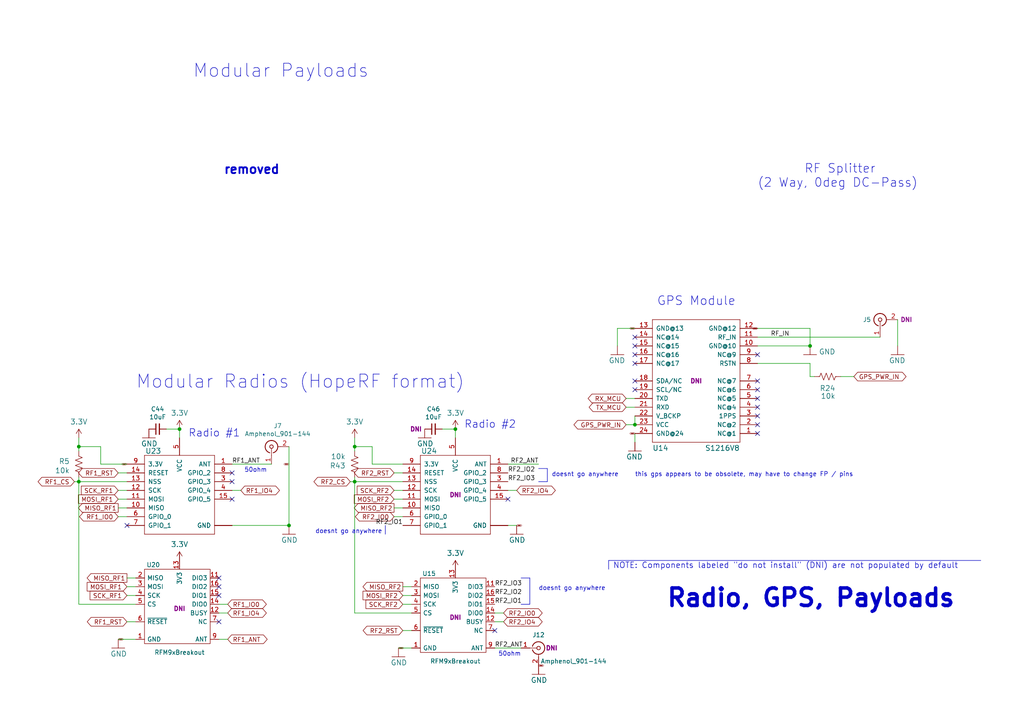
<source format=kicad_sch>
(kicad_sch (version 20230121) (generator eeschema)
  (paper "A4")
  (title_block (title "PyCubed Mainboard") (date "2021-06-09") (rev "v05c") (company "Max Holliday"))
  (lib_symbols
    (symbol "Device:C_Small" (pin_numbers hide) (pin_names (offset 0.254) hide)
      (property "Reference" "C" (at 0.254 1.778 0))
      (property "Value" "C_Small" (at 0.254 -2.032 0))
      (symbol "C_Small_0_1"
        (polyline (pts (xy -1.524 -0.508) (xy 1.524 -0.508)) (stroke (width 0.3302)))
        (polyline (pts (xy -1.524 0.508) (xy 1.524 0.508)) (stroke (width 0.3048)))
      )
      (symbol "C_Small_1_1"
        (pin passive line (at 0 2.54 270) (length 2.032) (name "~") (number "1"))
        (pin passive line (at 0 -2.54 90) (length 2.032) (name "~") (number "2"))
      )
    )
    (symbol "Device:R_US" (pin_numbers hide) (pin_names (offset 0))
      (property "Reference" "R" (at 2.54 0 90))
      (property "Value" "R_US" (at -2.54 0 90))
      (symbol "R_US_0_1"
        (polyline (pts (xy 0 -2.286) (xy 0 -2.54)))
        (polyline (pts (xy 0 2.286) (xy 0 2.54)))
        (polyline (pts (xy 0 -0.762) (xy 1.016 -1.143) (xy 0 -1.524) (xy -1.016 -1.905) (xy 0 -2.286)))
        (polyline (pts (xy 0 0.762) (xy 1.016 0.381) (xy 0 0) (xy -1.016 -0.381) (xy 0 -0.762)))
        (polyline (pts (xy 0 2.286) (xy 1.016 1.905) (xy 0 1.524) (xy -1.016 1.143) (xy 0 0.762)))
      )
      (symbol "R_US_1_1"
        (pin passive line (at 0 3.81 270) (length 1.27) (name "~") (number "1"))
        (pin passive line (at 0 -3.81 90) (length 1.27) (name "~") (number "2"))
      )
    )
    (symbol "mainboard-rescue:Conn_Coaxial-Connector-mainboard-rescue" (pin_names (offset 1.016) hide)
      (property "Reference" "J" (at 0.254 3.048 0))
      (property "Value" "Conn_Coaxial-Connector-mainboard-rescue" (at 2.921 0 90))
      (symbol "Conn_Coaxial-Connector-mainboard-rescue_0_1"
        (arc (start -1.778 -0.508) (mid 0.222 -1.808) (end 1.778 0) (stroke (width 0.254)))
        (polyline (pts (xy -2.54 0) (xy -0.508 0)))
        (polyline (pts (xy 0 -2.54) (xy 0 -1.778)))
        (circle (center 0 0) (radius 0.508) (stroke (width 0.2032)))
        (arc (start 1.778 0) (mid 0.222 1.8083) (end -1.778 0.508) (stroke (width 0.254)))
      )
      (symbol "Conn_Coaxial-Connector-mainboard-rescue_1_1"
        (pin passive line (at -5.08 0 0) (length 2.54) (name "In") (number "1"))
        (pin passive line (at 0 -5.08 90) (length 2.54) (name "Ext") (number "2"))
      )
    )
    (symbol "mainboard:3.3V" (power) (pin_names (offset 1.016))
      (property "Value" "3.3V" (at -1.016 3.556 0))
      (symbol "3.3V_1_0"
        (polyline (pts (xy 0 2.54) (xy -0.762 1.27)))
        (polyline (pts (xy 0.762 1.27) (xy 0 2.54)))
        (pin power_in line (at 0 0 90) (length 2.54) (name "3.3V") (number "1"))
      )
    )
    (symbol "mainboard:GND" (power) (pin_names (offset 1.016))
      (property "Value" "GND" (at -2.54 -2.54 0))
      (symbol "GND_1_0"
        (polyline (pts (xy -1.905 0) (xy 1.905 0)))
        (pin power_in line (at 0 2.54 270) (length 2.54) (name "GND") (number "1"))
      )
    )
    (symbol "mainboard:RFM98PW" (pin_names (offset 1.016))
      (property "Reference" "U" (at -7.62 10.16 0))
      (symbol "RFM98PW_0_0"
        (pin bidirectional line (at 17.78 -10.16 180) (length 5.08) hide (name "GND") (number "17"))
        (pin bidirectional line (at 2.54 15.24 270) (length 5.08) (name "VCC") (number "5"))
      )
      (symbol "RFM98PW_1_0"
        (polyline (pts (xy -7.62 -12.7) (xy -7.62 10.16)))
        (polyline (pts (xy -7.62 10.16) (xy 12.7 10.16)))
        (polyline (pts (xy 12.7 -12.7) (xy -7.62 -12.7)))
        (polyline (pts (xy 12.7 10.16) (xy 12.7 -12.7)))
        (pin bidirectional line (at 17.78 7.62 180) (length 5.08) (name "ANT") (number "1"))
        (pin bidirectional line (at -12.7 -5.08 0) (length 5.08) (name "MISO") (number "10"))
        (pin bidirectional line (at -12.7 -2.54 0) (length 5.08) (name "MOSI") (number "11"))
        (pin bidirectional line (at -12.7 0 0) (length 5.08) (name "SCK") (number "12"))
        (pin bidirectional line (at -12.7 2.54 0) (length 5.08) (name "NSS") (number "13"))
        (pin bidirectional line (at -12.7 5.08 0) (length 5.08) (name "RESET") (number "14"))
        (pin bidirectional line (at 17.78 -2.54 180) (length 5.08) (name "GPIO_5") (number "15"))
        (pin bidirectional line (at 17.78 -10.16 180) (length 5.08) (name "GND") (number "16"))
        (pin bidirectional line (at 17.78 -10.16 180) (length 5.08) (name "GND") (number "2"))
        (pin bidirectional line (at 17.78 2.54 180) (length 5.08) (name "GPIO_3") (number "3"))
        (pin bidirectional line (at 17.78 0 180) (length 5.08) (name "GPIO_4") (number "4"))
        (pin bidirectional line (at -12.7 -7.62 0) (length 5.08) (name "GPIO_0") (number "6"))
        (pin bidirectional line (at -12.7 -10.16 0) (length 5.08) (name "GPIO_1") (number "7"))
        (pin bidirectional line (at 17.78 5.08 180) (length 5.08) (name "GPIO_2") (number "8"))
        (pin power_in line (at -12.7 7.62 0) (length 5.08) (name "3.3V") (number "9"))
      )
    )
    (symbol "mainboard:RFM9xBreakout" (pin_names (offset 0.762))
      (property "Reference" "U" (at -3.81 12.7 0))
      (property "Value" "RFM9xBreakout" (at -7.62 -11.43 0))
      (symbol "RFM9xBreakout_0_1"
        (rectangle (start -10.16 11.43) (end 8.89 -10.16))
      )
      (symbol "RFM9xBreakout_1_1"
        (pin bidirectional line (at -12.7 -8.89 0) (length 2.54) (name "GND") (number "1"))
        (pin bidirectional line (at -12.7 -8.89 0) (length 2.54) hide (name "GND") (number "10"))
        (pin bidirectional line (at 11.43 8.89 180) (length 2.54) (name "DIO3") (number "11"))
        (pin bidirectional line (at 11.43 -1.27 180) (length 2.54) (name "BUSY") (number "12"))
        (pin bidirectional line (at 0 13.97 270) (length 2.54) (name "3V3") (number "13"))
        (pin bidirectional line (at 11.43 1.27 180) (length 2.54) (name "DIO0") (number "14"))
        (pin bidirectional line (at 11.43 3.81 180) (length 2.54) (name "DIO1") (number "15"))
        (pin bidirectional line (at 11.43 6.35 180) (length 2.54) (name "DIO2") (number "16"))
        (pin bidirectional line (at -12.7 8.89 0) (length 2.54) (name "MISO") (number "2"))
        (pin bidirectional line (at -12.7 6.35 0) (length 2.54) (name "MOSI") (number "3"))
        (pin bidirectional line (at -12.7 3.81 0) (length 2.54) (name "SCK") (number "4"))
        (pin bidirectional line (at -12.7 1.27 0) (length 2.54) (name "CS") (number "5"))
        (pin bidirectional line (at -12.7 -3.81 0) (length 2.54) (name "~{RESET}") (number "6"))
        (pin bidirectional line (at 11.43 -3.81 180) (length 2.54) (name "NC") (number "7"))
        (pin bidirectional line (at -12.7 -8.89 0) (length 2.54) hide (name "GND") (number "8"))
        (pin bidirectional line (at 11.43 -8.89 180) (length 2.54) (name "ANT") (number "9"))
      )
    )
    (symbol "mainboard:S1216V8" (pin_names (offset 1.016))
      (property "Reference" "U" (at -12.7 -20.32 0))
      (property "Value" "S1216V8" (at 2.54 -20.32 0))
      (symbol "S1216V8_1_0"
        (polyline (pts (xy -12.7 -17.78) (xy 12.7 -17.78)))
        (polyline (pts (xy -12.7 17.78) (xy -12.7 -17.78)))
        (polyline (pts (xy 12.7 -17.78) (xy 12.7 17.78)))
        (polyline (pts (xy 12.7 17.78) (xy -12.7 17.78)))
        (pin bidirectional line (at 17.78 -15.24 180) (length 5.08) (name "NC@1") (number "1"))
        (pin bidirectional line (at 17.78 10.16 180) (length 5.08) (name "GND@10") (number "10"))
        (pin bidirectional line (at 17.78 12.7 180) (length 5.08) (name "RF_IN") (number "11"))
        (pin bidirectional line (at 17.78 15.24 180) (length 5.08) (name "GND@12") (number "12"))
        (pin bidirectional line (at -17.78 15.24 0) (length 5.08) (name "GND@13") (number "13"))
        (pin bidirectional line (at -17.78 12.7 0) (length 5.08) (name "NC@14") (number "14"))
        (pin bidirectional line (at -17.78 10.16 0) (length 5.08) (name "NC@15") (number "15"))
        (pin bidirectional line (at -17.78 7.62 0) (length 5.08) (name "NC@16") (number "16"))
        (pin bidirectional line (at -17.78 5.08 0) (length 5.08) (name "NC@17") (number "17"))
        (pin bidirectional line (at -17.78 0 0) (length 5.08) (name "SDA/NC") (number "18"))
        (pin bidirectional line (at -17.78 -2.54 0) (length 5.08) (name "SCL/NC") (number "19"))
        (pin bidirectional line (at 17.78 -12.7 180) (length 5.08) (name "NC@2") (number "2"))
        (pin bidirectional line (at -17.78 -5.08 0) (length 5.08) (name "TXD") (number "20"))
        (pin bidirectional line (at -17.78 -7.62 0) (length 5.08) (name "RXD") (number "21"))
        (pin bidirectional line (at -17.78 -10.16 0) (length 5.08) (name "V_BCKP") (number "22"))
        (pin bidirectional line (at -17.78 -12.7 0) (length 5.08) (name "VCC") (number "23"))
        (pin bidirectional line (at -17.78 -15.24 0) (length 5.08) (name "GND@24") (number "24"))
        (pin bidirectional line (at 17.78 -10.16 180) (length 5.08) (name "1PPS") (number "3"))
        (pin bidirectional line (at 17.78 -7.62 180) (length 5.08) (name "NC@4") (number "4"))
        (pin bidirectional line (at 17.78 -5.08 180) (length 5.08) (name "NC@5") (number "5"))
        (pin bidirectional line (at 17.78 -2.54 180) (length 5.08) (name "NC@6") (number "6"))
        (pin bidirectional line (at 17.78 0 180) (length 5.08) (name "NC@7") (number "7"))
        (pin bidirectional line (at 17.78 5.08 180) (length 5.08) (name "RSTN") (number "8"))
        (pin bidirectional line (at 17.78 7.62 180) (length 5.08) (name "NC@9") (number "9"))
      )
    )
  )
  (junction (at 22.86 139.7))
  (junction (at 132.08 124.46))
  (junction (at 102.87 139.7))
  (junction (at 234.95 100.33))
  (junction (at 52.07 124.46))
  (junction (at 184.15 123.19))
  (junction (at 102.87 129.54))
  (junction (at 22.86 129.54))
  (junction (at 83.82 152.4))
  (no_connect (at 63.5 180.34))
  (no_connect (at 184.15 97.79))
  (no_connect (at 184.15 100.33))
  (no_connect (at 219.71 102.87))
  (no_connect (at 219.71 110.49))
  (no_connect (at 63.5 170.18))
  (no_connect (at 219.71 125.73))
  (no_connect (at 184.15 102.87))
  (no_connect (at 147.32 144.78))
  (no_connect (at 63.5 172.72))
  (no_connect (at 67.31 144.78))
  (no_connect (at 219.71 120.65))
  (no_connect (at 219.71 113.03))
  (no_connect (at 67.31 139.7))
  (no_connect (at 219.71 123.19))
  (no_connect (at 184.15 105.41))
  (no_connect (at 219.71 118.11))
  (no_connect (at 67.31 137.16))
  (no_connect (at 184.15 113.03))
  (no_connect (at 219.71 115.57))
  (no_connect (at 184.15 110.49))
  (no_connect (at 143.51 182.88))
  (no_connect (at 36.83 152.4))
  (no_connect (at 63.5 167.64))
  (wire (pts (xy 34.29 185.42) (xy 39.37 185.42)))
  (wire (pts (xy 36.83 144.78) (xy 34.29 144.78)))
  (wire (pts (xy 102.87 177.8) (xy 102.87 139.7)))
  (wire (pts (xy 116.84 144.78) (xy 114.3 144.78)))
  (wire (pts (xy 115.57 187.96) (xy 119.38 187.96)))
  (wire (pts (xy 102.87 129.54) (xy 102.87 127)))
  (polyline (pts (xy 158.75 139.7) (xy 158.75 135.89)))
  (wire (pts (xy 29.21 129.54) (xy 22.86 129.54)))
  (wire (pts (xy 69.85 142.24) (xy 67.31 142.24)))
  (wire (pts (xy 66.04 177.8) (xy 63.5 177.8)))
  (wire (pts (xy 184.15 123.19) (xy 181.61 123.19)))
  (wire (pts (xy 184.15 125.73) (xy 184.15 128.27)))
  (wire (pts (xy 21.59 139.7) (xy 22.86 139.7)))
  (wire (pts (xy 132.08 124.46) (xy 128.27 124.46)))
  (polyline (pts (xy 153.67 175.26) (xy 151.13 175.26)))
  (wire (pts (xy 22.86 175.26) (xy 39.37 175.26)))
  (wire (pts (xy 119.38 175.26) (xy 116.84 175.26)))
  (wire (pts (xy 184.15 123.19) (xy 184.15 120.65)))
  (polyline (pts (xy 176.53 162.56) (xy 284.48 162.56)))
  (wire (pts (xy 143.51 177.8) (xy 146.05 177.8)))
  (polyline (pts (xy 158.75 139.7) (xy 156.21 139.7)))
  (wire (pts (xy 102.87 129.54) (xy 102.87 130.81)))
  (wire (pts (xy 22.86 139.7) (xy 22.86 175.26)))
  (wire (pts (xy 52.07 124.46) (xy 52.07 127)))
  (wire (pts (xy 119.38 170.18) (xy 116.84 170.18)))
  (polyline (pts (xy 111.76 154.94) (xy 111.76 152.4)))
  (polyline (pts (xy 156.21 135.89) (xy 158.75 135.89)))
  (wire (pts (xy 67.31 134.62) (xy 78.74 134.62)))
  (wire (pts (xy 184.15 95.25) (xy 179.07 95.25)))
  (wire (pts (xy 146.05 180.34) (xy 143.51 180.34)))
  (wire (pts (xy 234.95 105.41) (xy 234.95 109.22)))
  (wire (pts (xy 39.37 172.72) (xy 36.83 172.72)))
  (wire (pts (xy 22.86 139.7) (xy 36.83 139.7)))
  (wire (pts (xy 184.15 115.57) (xy 181.61 115.57)))
  (wire (pts (xy 116.84 134.62) (xy 107.95 134.62)))
  (wire (pts (xy 147.32 134.62) (xy 156.21 134.62)))
  (wire (pts (xy 36.83 147.32) (xy 34.29 147.32)))
  (wire (pts (xy 22.86 138.43) (xy 22.86 139.7)))
  (wire (pts (xy 22.86 129.54) (xy 22.86 127)))
  (wire (pts (xy 107.95 134.62) (xy 107.95 129.54)))
  (wire (pts (xy 39.37 170.18) (xy 36.83 170.18)))
  (wire (pts (xy 66.04 185.42) (xy 63.5 185.42)))
  (wire (pts (xy 34.29 149.86) (xy 36.83 149.86)))
  (wire (pts (xy 22.86 129.54) (xy 22.86 130.81)))
  (wire (pts (xy 36.83 134.62) (xy 29.21 134.62)))
  (wire (pts (xy 102.87 139.7) (xy 101.6 139.7)))
  (wire (pts (xy 116.84 147.32) (xy 114.3 147.32)))
  (wire (pts (xy 102.87 177.8) (xy 119.38 177.8)))
  (wire (pts (xy 36.83 142.24) (xy 34.29 142.24)))
  (wire (pts (xy 184.15 118.11) (xy 181.61 118.11)))
  (wire (pts (xy 179.07 95.25) (xy 179.07 100.33)))
  (wire (pts (xy 243.84 109.22) (xy 247.65 109.22)))
  (wire (pts (xy 39.37 167.64) (xy 36.83 167.64)))
  (wire (pts (xy 219.71 105.41) (xy 234.95 105.41)))
  (wire (pts (xy 151.13 187.96) (xy 143.51 187.96)))
  (wire (pts (xy 66.04 175.26) (xy 63.5 175.26)))
  (wire (pts (xy 116.84 149.86) (xy 114.3 149.86)))
  (polyline (pts (xy 176.53 165.1) (xy 176.53 162.56)))
  (wire (pts (xy 102.87 138.43) (xy 102.87 139.7)))
  (wire (pts (xy 260.35 92.71) (xy 260.35 100.33)))
  (wire (pts (xy 116.84 142.24) (xy 114.3 142.24)))
  (wire (pts (xy 107.95 129.54) (xy 102.87 129.54)))
  (wire (pts (xy 234.95 100.33) (xy 219.71 100.33)))
  (wire (pts (xy 234.95 95.25) (xy 234.95 100.33)))
  (wire (pts (xy 149.86 152.4) (xy 147.32 152.4)))
  (wire (pts (xy 36.83 137.16) (xy 34.29 137.16)))
  (wire (pts (xy 132.08 124.46) (xy 132.08 127)))
  (wire (pts (xy 29.21 134.62) (xy 29.21 129.54)))
  (polyline (pts (xy 151.13 167.64) (xy 153.67 167.64)))
  (wire (pts (xy 149.86 142.24) (xy 147.32 142.24)))
  (wire (pts (xy 119.38 182.88) (xy 116.84 182.88)))
  (wire (pts (xy 116.84 137.16) (xy 114.3 137.16)))
  (wire (pts (xy 234.95 109.22) (xy 236.22 109.22)))
  (wire (pts (xy 116.84 139.7) (xy 102.87 139.7)))
  (wire (pts (xy 67.31 152.4) (xy 83.82 152.4)))
  (wire (pts (xy 219.71 95.25) (xy 234.95 95.25)))
  (wire (pts (xy 52.07 124.46) (xy 48.26 124.46)))
  (polyline (pts (xy 153.67 167.64) (xy 153.67 175.26)))
  (wire (pts (xy 39.37 180.34) (xy 36.83 180.34)))
  (wire (pts (xy 219.71 97.79) (xy 255.27 97.79)))
  (wire (pts (xy 119.38 172.72) (xy 116.84 172.72)))
  (wire (pts (xy 83.82 129.54) (xy 83.82 152.4)))
  (text "Radio #1" (at 54.61 127 0) (effects (font (size 2.159 2.159)) (justify left bottom)))
  (text "Modular Radios (HopeRF format)" (at 39.37 113.03 0) (effects (font (size 3.81 3.81)) (justify left bottom)))
  (text "50ohm" (at 77.47 137.16 0) (effects (font (size 1.27 1.27)) (justify right bottom)))
  (text "50ohm" (at 151.13 190.5 0) (effects (font (size 1.27 1.27)) (justify right bottom)))
  (text "doesnt go anywhere" (at 91.44 154.94 0) (effects (font (size 1.27 1.27)) (justify left bottom)))
  (text "doesnt go anywhere" (at 160.02 138.43 0) (effects (font (size 1.27 1.27)) (justify left bottom)))
  (text "doesnt go anywhere" (at 156.21 171.45 0) (effects (font (size 1.27 1.27)) (justify left bottom)))
  (text "Radio #2" (at 134.62 124.46 0) (effects (font (size 2.159 2.159)) (justify left bottom)))
  (text "this gps appears to be obsolete, may have to change FP / pins" (at 184.15 138.43 0) (effects (font (size 1.27 1.27)) (justify left bottom)))
  (text "Radio, GPS, Payloads" (at 193.04 176.53 0) (effects (font (size 5.08 5.08) (thickness 1.016) bold) (justify left bottom)))
  (text "NOTE: Components labeled \"do not install\" (DNI) are not populated by default" (at 177.8 165.1 0) (effects (font (size 1.651 1.651)) (justify left bottom)))
  (text "       RF Splitter \n(2 Way, 0deg DC-Pass)" (at 219.71 54.61 0) (effects (font (size 2.54 2.54)) (justify left bottom)))
  (text "Modular Payloads" (at 55.88 22.86 0) (effects (font (size 3.81 3.81)) (justify left bottom)))
  (text "GPS Module" (at 190.5 88.9 0) (effects (font (size 2.54 2.54)) (justify left bottom)))
  (text "removed" (at 64.77 50.8 0) (effects (font (size 2.54 2.54) (thickness 0.508) bold) (justify left bottom)))
  (label "RF2_ANT" (at 156.21 134.62 180))
  (label "RF_IN" (at 223.52 97.79 0))
  (label "RF1_ANT" (at 67.31 134.62 0))
  (label "RF2_IO1" (at 116.84 152.4 180))
  (label "RF2_ANT" (at 143.51 187.96 0))
  (label "RF2_IO2" (at 143.51 172.72 0))
  (label "RF2_IO2" (at 147.32 137.16 0))
  (label "RF2_IO3" (at 147.32 139.7 0))
  (label "RF2_IO1" (at 143.51 175.26 0))
  (label "RF2_IO3" (at 143.51 170.18 0))
  (global_label "MOSI_RF2" (shape input) (at 114.3 144.78 180) (property "Intersheetrefs" "${INTERSHEET_REFS}" (effects hide)))
  (global_label "RF1_RST" (shape bidirectional) (at 36.83 180.34 180) (property "Intersheetrefs" "${INTERSHEET_REFS}" (effects hide)))
  (global_label "GND" (shape bidirectional) (at 156.21 193.04 0) (effects (font (size 0.254 0.254))) (property "Intersheetrefs" "${INTERSHEET_REFS}" (effects hide)))
  (global_label "MISO_RF1" (shape output) (at 34.29 147.32 180) (property "Intersheetrefs" "${INTERSHEET_REFS}" (effects hide)))
  (global_label "SCK_RF2" (shape input) (at 114.3 142.24 180) (property "Intersheetrefs" "${INTERSHEET_REFS}" (effects hide)))
  (global_label "RF2_IO0" (shape bidirectional) (at 114.3 149.86 180) (property "Intersheetrefs" "${INTERSHEET_REFS}" (effects hide)))
  (global_label "RF1_CS" (shape bidirectional) (at 21.59 139.7 180) (property "Intersheetrefs" "${INTERSHEET_REFS}" (effects hide)))
  (global_label "RF1_IO4" (shape bidirectional) (at 66.04 177.8 0) (property "Intersheetrefs" "${INTERSHEET_REFS}" (effects hide)))
  (global_label "SCK_RF2" (shape input) (at 116.84 175.26 180) (property "Intersheetrefs" "${INTERSHEET_REFS}" (effects hide)))
  (global_label "RF1_IO0" (shape bidirectional) (at 34.29 149.86 180) (property "Intersheetrefs" "${INTERSHEET_REFS}" (effects hide)))
  (global_label "RF1_RST" (shape bidirectional) (at 34.29 137.16 180) (property "Intersheetrefs" "${INTERSHEET_REFS}" (effects hide)))
  (global_label "MISO_RF2" (shape output) (at 114.3 147.32 180) (property "Intersheetrefs" "${INTERSHEET_REFS}" (effects hide)))
  (global_label "GND" (shape bidirectional) (at 184.15 95.25 180) (effects (font (size 0.254 0.254))) (property "Intersheetrefs" "${INTERSHEET_REFS}" (effects hide)))
  (global_label "GND" (shape bidirectional) (at 219.71 95.25 180) (effects (font (size 0.254 0.254))) (property "Intersheetrefs" "${INTERSHEET_REFS}" (effects hide)))
  (global_label "MISO_RF1" (shape output) (at 36.83 167.64 180) (property "Intersheetrefs" "${INTERSHEET_REFS}" (effects hide)))
  (global_label "MOSI_RF1" (shape input) (at 36.83 170.18 180) (property "Intersheetrefs" "${INTERSHEET_REFS}" (effects hide)))
  (global_label "MOSI_RF1" (shape input) (at 34.29 144.78 180) (property "Intersheetrefs" "${INTERSHEET_REFS}" (effects hide)))
  (global_label "SCK_RF1" (shape input) (at 34.29 142.24 180) (property "Intersheetrefs" "${INTERSHEET_REFS}" (effects hide)))
  (global_label "3.3V" (shape bidirectional) (at 36.83 134.62 180) (effects (font (size 0.254 0.254))) (property "Intersheetrefs" "${INTERSHEET_REFS}" (effects hide)))
  (global_label "GPS_PWR_IN" (shape bidirectional) (at 247.65 109.22 0) (property "Intersheetrefs" "${INTERSHEET_REFS}" (effects hide)))
  (global_label "RF2_IO4" (shape bidirectional) (at 149.86 142.24 0) (property "Intersheetrefs" "${INTERSHEET_REFS}" (effects hide)))
  (global_label "MISO_RF2" (shape output) (at 116.84 170.18 180) (property "Intersheetrefs" "${INTERSHEET_REFS}" (effects hide)))
  (global_label "RF2_IO4" (shape bidirectional) (at 146.05 180.34 0) (property "Intersheetrefs" "${INTERSHEET_REFS}" (effects hide)))
  (global_label "GND" (shape bidirectional) (at 34.29 185.42 0) (effects (font (size 0.254 0.254))) (property "Intersheetrefs" "${INTERSHEET_REFS}" (effects hide)))
  (global_label "TX_MCU" (shape bidirectional) (at 181.61 118.11 180) (property "Intersheetrefs" "${INTERSHEET_REFS}" (effects hide)))
  (global_label "RF1_IO0" (shape bidirectional) (at 66.04 175.26 0) (property "Intersheetrefs" "${INTERSHEET_REFS}" (effects hide)))
  (global_label "GND" (shape bidirectional) (at 115.57 187.96 0) (effects (font (size 0.254 0.254))) (property "Intersheetrefs" "${INTERSHEET_REFS}" (effects hide)))
  (global_label "RF1_IO4" (shape bidirectional) (at 69.85 142.24 0) (property "Intersheetrefs" "${INTERSHEET_REFS}" (effects hide)))
  (global_label "MOSI_RF2" (shape input) (at 116.84 172.72 180) (property "Intersheetrefs" "${INTERSHEET_REFS}" (effects hide)))
  (global_label "RF2_RST" (shape bidirectional) (at 114.3 137.16 180) (property "Intersheetrefs" "${INTERSHEET_REFS}" (effects hide)))
  (global_label "RF1_ANT" (shape bidirectional) (at 66.04 185.42 0) (property "Intersheetrefs" "${INTERSHEET_REFS}" (effects hide)))
  (global_label "SCK_RF1" (shape input) (at 36.83 172.72 180) (property "Intersheetrefs" "${INTERSHEET_REFS}" (effects hide)))
  (global_label "RF2_CS" (shape bidirectional) (at 101.6 139.7 180) (property "Intersheetrefs" "${INTERSHEET_REFS}" (effects hide)))
  (global_label "RX_MCU" (shape bidirectional) (at 181.61 115.57 180) (property "Intersheetrefs" "${INTERSHEET_REFS}" (effects hide)))
  (global_label "GPS_PWR_IN" (shape bidirectional) (at 181.61 123.19 180) (property "Intersheetrefs" "${INTERSHEET_REFS}" (effects hide)))
  (global_label "RF2_RST" (shape bidirectional) (at 116.84 182.88 180) (property "Intersheetrefs" "${INTERSHEET_REFS}" (effects hide)))
  (global_label "RF2_IO0" (shape bidirectional) (at 146.05 177.8 0) (property "Intersheetrefs" "${INTERSHEET_REFS}" (effects hide)))
  (global_label "GND" (shape bidirectional) (at 184.15 125.73 180) (effects (font (size 0.254 0.254))) (property "Intersheetrefs" "${INTERSHEET_REFS}" (effects hide)))
  (global_label "GND" (shape bidirectional) (at 149.86 152.4 0) (effects (font (size 0.254 0.254))) (property "Intersheetrefs" "${INTERSHEET_REFS}" (effects hide)))
  (global_label "GND" (shape bidirectional) (at 83.82 134.62 180) (effects (font (size 0.254 0.254))) (property "Intersheetrefs" "${INTERSHEET_REFS}" (effects hide)))
  (symbol (lib_id "Device:R_US") (at 240.03 109.22 90) (unit 1)
    (property "Reference" "R24" (at 242.3414 111.76 90) (effects (font (size 1.4986 1.4986)) (justify left bottom)))
    (property "Value" "10k" (at 242.3414 114.0206 90) (effects (font (size 1.4986 1.4986)) (justify left bottom)))
    (property "Footprint" "Resistor_SMD:R_0603_1608Metric" (effects hide))
  )
  (symbol (lib_id "mainboard-rescue:Conn_Coaxial-Connector-mainboard-rescue") (at 78.74 129.54 90) (unit 1)
    (property "Reference" "J7" (at 80.5434 123.5202 90))
    (property "Value" "Amphenol_901-144" (at 80.5434 125.8316 90))
    (property "Footprint" "Connector_Coaxial:SMA_Amphenol_901-144_Vertical" (effects hide))
    (property "Datasheet" "https://www.amphenolrf.com/library/download/link/link_id/593640/parent/901-144/" (effects hide))
    (property "Description" "Amphenol RF SMA " (effects hide))
    (property "Flight" "901-144" (effects hide))
    (property "Manufacturer_Name" "Amphenol" (effects hide))
    (property "Manufacturer_Part_Number" "901-144" (effects hide))
    (property "Proto" "901-144" (effects hide))
  )
  (symbol (lib_id "mainboard:RFM98PW") (at 49.53 142.24 0) (unit 1)
    (property "Reference" "U23" (at 44.45 130.81 0) (effects (font (size 1.4986 1.4986))))
    (property "Value" "RFM98PW" (effects hide))
    (property "Footprint" "mainboard:RFM95PW" (effects hide))
    (property "Description" "433 MHz 1W Radio" (effects hide))
    (property "Flight" "RFM98PW" (effects hide))
    (property "Manufacturer_Name" "HopeRF" (effects hide))
    (property "Manufacturer_Part_Number" "RFM98PW" (effects hide))
    (property "Proto" "RFM98PW" (effects hide))
  )
  (symbol (lib_id "mainboard:GND") (at 83.82 154.94 0) (mirror y) (unit 1)
    (property "Reference" "#GND0103" (effects hide))
    (property "Value" "GND" (at 86.36 157.48 0) (effects (font (size 1.4986 1.4986)) (justify left bottom)))
  )
  (symbol (lib_id "mainboard:RFM9xBreakout") (at 132.08 179.07 0) (unit 1)
    (property "Reference" "U15" (at 124.46 166.37 0))
    (property "Value" "RFM9xBreakout" (at 132.08 191.77 0))
    (property "Footprint" "RF_Module:HOPERF_RFM9XW_SMD" (effects hide))
    (property "DNI" "DNI" (at 132.08 179.07 0) (effects (font bold)))
  )
  (symbol (lib_id "mainboard-rescue:Conn_Coaxial-Connector-mainboard-rescue") (at 156.21 187.96 0) (unit 1)
    (property "Reference" "J12" (at 156.21 184.15 0))
    (property "Value" "Amphenol_901-144" (at 166.37 191.77 0))
    (property "Footprint" "Connector_Coaxial:SMA_Amphenol_901-144_Vertical" (effects hide))
    (property "Datasheet" "https://www.amphenolrf.com/library/download/link/link_id/593640/parent/901-144/" (effects hide))
    (property "DNI" "DNI" (at 160.02 187.96 0) (effects (font bold)))
    (property "Description" "Amphenol RF SMA " (effects hide))
    (property "Flight" "901-144" (effects hide))
    (property "Manufacturer_Name" "Amphenol" (effects hide))
    (property "Manufacturer_Part_Number" "901-144" (effects hide))
    (property "Proto" "901-144" (effects hide))
  )
  (symbol (lib_id "mainboard:GND") (at 156.21 195.58 0) (mirror y) (unit 1)
    (property "Reference" "#GND0105" (effects hide))
    (property "Value" "GND" (at 158.75 198.12 0) (effects (font (size 1.4986 1.4986)) (justify left bottom)))
  )
  (symbol (lib_id "mainboard:RFM98PW") (at 129.54 142.24 0) (unit 1)
    (property "Reference" "U24" (at 124.46 130.81 0) (effects (font (size 1.4986 1.4986))))
    (property "Value" "RFM98PW" (effects hide))
    (property "Footprint" "mainboard:RFM95PW" (effects hide))
    (property "DNI" "DNI" (at 132.08 143.51 0) (effects (font bold)))
  )
  (symbol (lib_id "mainboard:GND") (at 115.57 190.5 0) (mirror y) (unit 1)
    (property "Reference" "#GND0106" (effects hide))
    (property "Value" "GND" (at 118.11 193.04 0) (effects (font (size 1.4986 1.4986)) (justify left bottom)))
  )
  (symbol (lib_id "mainboard:GND") (at 149.86 154.94 0) (mirror y) (unit 1)
    (property "Reference" "#GND0107" (effects hide))
    (property "Value" "GND" (at 152.4 157.48 0) (effects (font (size 1.4986 1.4986)) (justify left bottom)))
  )
  (symbol (lib_id "mainboard:RFM9xBreakout") (at 52.07 176.53 0) (unit 1)
    (property "Reference" "U20" (at 44.45 163.83 0))
    (property "Value" "RFM9xBreakout" (at 52.07 189.23 0))
    (property "Footprint" "RF_Module:HOPERF_RFM9XW_SMD" (effects hide))
    (property "DNI" "DNI" (at 52.07 176.53 0) (effects (font bold)))
  )
  (symbol (lib_id "mainboard:GND") (at 34.29 187.96 0) (mirror y) (unit 1)
    (property "Reference" "#GND0110" (effects hide))
    (property "Value" "GND" (at 36.83 190.5 0) (effects (font (size 1.4986 1.4986)) (justify left bottom)))
  )
  (symbol (lib_id "Device:R_US") (at 102.87 134.62 0) (unit 1)
    (property "Reference" "R43" (at 100.2538 135.0772 0) (effects (font (size 1.4986 1.4986)) (justify right)))
    (property "Value" "10k" (at 100.2538 132.4102 0) (effects (font (size 1.4986 1.4986)) (justify right)))
    (property "Footprint" "Resistor_SMD:R_0603_1608Metric" (effects hide))
  )
  (symbol (lib_id "Device:R_US") (at 22.86 134.62 0) (unit 1)
    (property "Reference" "R5" (at 20.2438 133.8072 0) (effects (font (size 1.4986 1.4986)) (justify right)))
    (property "Value" "10k" (at 20.2438 136.4742 0) (effects (font (size 1.4986 1.4986)) (justify right)))
    (property "Footprint" "Resistor_SMD:R_0603_1608Metric" (effects hide))
  )
  (symbol (lib_id "mainboard:3.3V") (at 102.87 127 0) (unit 1)
    (property "Reference" "#SUPPLY0104" (effects hide))
    (property "Value" "3.3V" (at 100.33 123.19 0) (effects (font (size 1.4986 1.4986)) (justify left bottom)))
  )
  (symbol (lib_id "mainboard:3.3V") (at 22.86 127 0) (unit 1)
    (property "Reference" "#SUPPLY0109" (effects hide))
    (property "Value" "3.3V" (at 20.32 123.19 0) (effects (font (size 1.4986 1.4986)) (justify left bottom)))
  )
  (symbol (lib_id "Device:C_Small") (at 45.72 124.46 90) (unit 1)
    (property "Reference" "C44" (at 45.72 118.6434 90))
    (property "Value" "10uF" (at 45.72 120.9548 90))
    (property "Footprint" "Capacitor_SMD:C_0805_2012Metric" (effects hide))
  )
  (symbol (lib_id "mainboard:GND") (at 43.18 127 0) (mirror y) (unit 1)
    (property "Reference" "#GND036" (effects hide))
    (property "Value" "GND" (at 45.72 129.54 0) (effects (font (size 1.4986 1.4986)) (justify left bottom)))
  )
  (symbol (lib_id "Device:C_Small") (at 125.73 124.46 90) (unit 1)
    (property "Reference" "C46" (at 125.73 118.6434 90))
    (property "Value" "10uF" (at 125.73 120.9548 90))
    (property "Footprint" "Capacitor_SMD:C_0805_2012Metric" (effects hide))
    (property "DNI" "DNI" (at 120.65 124.46 90) (effects (font bold)))
  )
  (symbol (lib_id "mainboard:GND") (at 123.19 127 0) (mirror y) (unit 1)
    (property "Reference" "#GND038" (effects hide))
    (property "Value" "GND" (at 125.73 129.54 0) (effects (font (size 1.4986 1.4986)) (justify left bottom)))
  )
  (symbol (lib_id "mainboard:GND") (at 179.07 102.87 0) (unit 1)
    (property "Reference" "#GND042" (effects hide))
    (property "Value" "GND" (at 176.53 105.41 0) (effects (font (size 1.4986 1.4986)) (justify left bottom)))
  )
  (symbol (lib_id "mainboard:GND") (at 184.15 130.81 0) (unit 1)
    (property "Reference" "#GND043" (effects hide))
    (property "Value" "GND" (at 181.61 133.35 0) (effects (font (size 1.4986 1.4986)) (justify left bottom)))
  )
  (symbol (lib_id "mainboard:GND") (at 234.95 102.87 0) (unit 1)
    (property "Reference" "#GND047" (effects hide))
    (property "Value" "GND" (at 237.49 102.87 0) (effects (font (size 1.4986 1.4986)) (justify left bottom)))
  )
  (symbol (lib_id "mainboard:S1216V8") (at 201.93 110.49 0) (unit 1)
    (property "Reference" "U14" (at 189.23 130.81 0) (effects (font (size 1.4986 1.4986)) (justify left bottom)))
    (property "Value" "S1216V8" (at 204.47 130.81 0) (effects (font (size 1.4986 1.4986)) (justify left bottom)))
    (property "Footprint" "mainboard:S1216_24PIN_PACKAGE" (effects hide))
    (property "DNI" "DNI" (at 201.93 110.49 0) (effects (font bold)))
  )
  (symbol (lib_id "mainboard:GND") (at 260.35 102.87 0) (unit 1)
    (property "Reference" "#GND0158" (effects hide))
    (property "Value" "GND" (at 257.81 105.41 0) (effects (font (size 1.4986 1.4986)) (justify left bottom)))
  )
  (symbol (lib_id "mainboard-rescue:Conn_Coaxial-Connector-mainboard-rescue") (at 255.27 92.71 90) (unit 1)
    (property "Reference" "J5" (at 251.46 92.71 90))
    (property "Value" "Amphenol_901-144" (effects hide))
    (property "Footprint" "Connector_Coaxial:SMA_Amphenol_901-144_Vertical" (effects hide))
    (property "Datasheet" "https://www.amphenolrf.com/library/download/link/link_id/593640/parent/901-144/" (effects hide))
    (property "DNI" "DNI" (at 262.89 92.71 90) (effects (font bold)))
    (property "Description" "Amphenol RF SMA " (effects hide))
    (property "Flight" "901-144" (effects hide))
    (property "Manufacturer_Name" "Amphenol" (effects hide))
    (property "Manufacturer_Part_Number" "901-144" (effects hide))
    (property "Proto" "901-144" (effects hide))
  )
  (symbol (lib_id "mainboard:3.3V") (at 52.07 124.46 0) (unit 1)
    (property "Reference" "#SUPPLY0129" (effects hide))
    (property "Value" "3.3V" (at 49.53 120.65 0) (effects (font (size 1.4986 1.4986)) (justify left bottom)))
  )
  (symbol (lib_id "mainboard:3.3V") (at 52.07 162.56 0) (unit 1)
    (property "Reference" "#SUPPLY0110" (effects hide))
    (property "Value" "3.3V" (at 49.53 158.75 0) (effects (font (size 1.4986 1.4986)) (justify left bottom)))
  )
  (symbol (lib_id "mainboard:3.3V") (at 132.08 124.46 0) (unit 1)
    (property "Reference" "#SUPPLY0128" (effects hide))
    (property "Value" "3.3V" (at 129.54 120.65 0) (effects (font (size 1.4986 1.4986)) (justify left bottom)))
  )
  (symbol (lib_id "mainboard:3.3V") (at 132.08 165.1 0) (unit 1)
    (property "Reference" "#SUPPLY0127" (effects hide))
    (property "Value" "3.3V" (at 129.54 161.29 0) (effects (font (size 1.4986 1.4986)) (justify left bottom)))
  )
)
</source>
